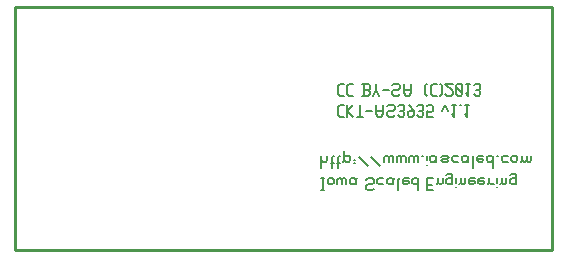
<source format=gbr>
G04 start of page 9 for group -4078 idx -4078 *
G04 Title: (unknown), bottomsilk *
G04 Creator: pcb 20110918 *
G04 CreationDate: Tue 27 Aug 2013 03:50:04 AM GMT UTC *
G04 For: ndholmes *
G04 Format: Gerber/RS-274X *
G04 PCB-Dimensions: 180000 82000 *
G04 PCB-Coordinate-Origin: lower left *
%MOIN*%
%FSLAX25Y25*%
%LNBOTTOMSILK*%
%ADD55C,0.0080*%
%ADD54C,0.0100*%
G54D54*X500Y500D02*Y81500D01*
X179500D01*
Y500D01*
X1000D01*
X500Y1000D01*
G54D55*X108700Y56000D02*X110000D01*
X108000Y55300D02*X108700Y56000D01*
X108000Y52700D02*Y55300D01*
Y52700D02*X108700Y52000D01*
X110000D01*
X111900Y56000D02*X113200D01*
X111200Y55300D02*X111900Y56000D01*
X111200Y52700D02*Y55300D01*
Y52700D02*X111900Y52000D01*
X113200D01*
X116200Y56000D02*X118200D01*
X118700Y55500D01*
Y54300D02*Y55500D01*
X118200Y53800D02*X118700Y54300D01*
X116700Y53800D02*X118200D01*
X116700Y52000D02*Y56000D01*
X116200Y52000D02*X118200D01*
X118700Y52500D01*
Y53300D01*
X118200Y53800D02*X118700Y53300D01*
X119900Y52000D02*X120900Y54000D01*
X121900Y52000D01*
X120900Y54000D02*Y56000D01*
X123100Y54000D02*X125100D01*
X128300Y52000D02*X128800Y52500D01*
X126800Y52000D02*X128300D01*
X126300Y52500D02*X126800Y52000D01*
X126300Y52500D02*Y53500D01*
X126800Y54000D01*
X128300D01*
X128800Y54500D01*
Y55500D01*
X128300Y56000D02*X128800Y55500D01*
X126800Y56000D02*X128300D01*
X126300Y55500D02*X126800Y56000D01*
X130000Y53000D02*Y56000D01*
Y53000D02*X130700Y52000D01*
X131800D01*
X132500Y53000D01*
Y56000D01*
X130000Y54000D02*X132500D01*
X137300Y55500D02*X137800Y56000D01*
X137300Y52500D02*X137800Y52000D01*
X137300Y52500D02*Y55500D01*
X139700Y56000D02*X141000D01*
X139000Y55300D02*X139700Y56000D01*
X139000Y52700D02*Y55300D01*
Y52700D02*X139700Y52000D01*
X141000D01*
X142200D02*X142700Y52500D01*
Y55500D01*
X142200Y56000D02*X142700Y55500D01*
X143900Y52500D02*X144400Y52000D01*
X145900D01*
X146400Y52500D01*
Y53500D01*
X143900Y56000D02*X146400Y53500D01*
X143900Y56000D02*X146400D01*
X147600Y55500D02*X148100Y56000D01*
X147600Y52500D02*Y55500D01*
Y52500D02*X148100Y52000D01*
X149100D01*
X149600Y52500D01*
Y55500D01*
X149100Y56000D02*X149600Y55500D01*
X148100Y56000D02*X149100D01*
X147600Y55000D02*X149600Y53000D01*
X150800Y52800D02*X151600Y52000D01*
Y56000D01*
X150800D02*X152300D01*
X153500Y52500D02*X154000Y52000D01*
X155000D01*
X155500Y52500D01*
X155000Y56000D02*X155500Y55500D01*
X154000Y56000D02*X155000D01*
X153500Y55500D02*X154000Y56000D01*
Y53800D02*X155000D01*
X155500Y52500D02*Y53300D01*
Y54300D02*Y55500D01*
Y54300D02*X155000Y53800D01*
X155500Y53300D02*X155000Y53800D01*
X108700Y49000D02*X110000D01*
X108000Y48300D02*X108700Y49000D01*
X108000Y45700D02*Y48300D01*
Y45700D02*X108700Y45000D01*
X110000D01*
X111200D02*Y49000D01*
Y47000D02*X113200Y45000D01*
X111200Y47000D02*X113200Y49000D01*
X114400Y45000D02*X116400D01*
X115400D02*Y49000D01*
X117600Y47000D02*X119600D01*
X120800Y46000D02*Y49000D01*
Y46000D02*X121500Y45000D01*
X122600D01*
X123300Y46000D01*
Y49000D01*
X120800Y47000D02*X123300D01*
X126500Y45000D02*X127000Y45500D01*
X125000Y45000D02*X126500D01*
X124500Y45500D02*X125000Y45000D01*
X124500Y45500D02*Y46500D01*
X125000Y47000D01*
X126500D01*
X127000Y47500D01*
Y48500D01*
X126500Y49000D02*X127000Y48500D01*
X125000Y49000D02*X126500D01*
X124500Y48500D02*X125000Y49000D01*
X128200Y45500D02*X128700Y45000D01*
X129700D01*
X130200Y45500D01*
X129700Y49000D02*X130200Y48500D01*
X128700Y49000D02*X129700D01*
X128200Y48500D02*X128700Y49000D01*
Y46800D02*X129700D01*
X130200Y45500D02*Y46300D01*
Y47300D02*Y48500D01*
Y47300D02*X129700Y46800D01*
X130200Y46300D02*X129700Y46800D01*
X131900Y49000D02*X133400Y47000D01*
Y45500D02*Y47000D01*
X132900Y45000D02*X133400Y45500D01*
X131900Y45000D02*X132900D01*
X131400Y45500D02*X131900Y45000D01*
X131400Y45500D02*Y46500D01*
X131900Y47000D01*
X133400D01*
X134600Y45500D02*X135100Y45000D01*
X136100D01*
X136600Y45500D01*
X136100Y49000D02*X136600Y48500D01*
X135100Y49000D02*X136100D01*
X134600Y48500D02*X135100Y49000D01*
Y46800D02*X136100D01*
X136600Y45500D02*Y46300D01*
Y47300D02*Y48500D01*
Y47300D02*X136100Y46800D01*
X136600Y46300D02*X136100Y46800D01*
X137800Y45000D02*X139800D01*
X137800D02*Y47000D01*
X138300Y46500D01*
X139300D01*
X139800Y47000D01*
Y48500D01*
X139300Y49000D02*X139800Y48500D01*
X138300Y49000D02*X139300D01*
X137800Y48500D02*X138300Y49000D01*
X142800Y47000D02*X143800Y49000D01*
X144800Y47000D02*X143800Y49000D01*
X146000Y45800D02*X146800Y45000D01*
Y49000D01*
X146000D02*X147500D01*
X148700D02*X149200D01*
X150400Y45800D02*X151200Y45000D01*
Y49000D01*
X150400D02*X151900D01*
X102500Y20500D02*X103500D01*
X103000D02*Y24500D01*
X102500D02*X103500D01*
X104700Y23000D02*Y24000D01*
Y23000D02*X105200Y22500D01*
X106200D01*
X106700Y23000D01*
Y24000D01*
X106200Y24500D02*X106700Y24000D01*
X105200Y24500D02*X106200D01*
X104700Y24000D02*X105200Y24500D01*
X107900Y22500D02*Y24000D01*
X108400Y24500D01*
X108900D01*
X109400Y24000D01*
Y22500D02*Y24000D01*
X109900Y24500D01*
X110400D01*
X110900Y24000D01*
Y22500D02*Y24000D01*
X113600Y22500D02*X114100Y23000D01*
X112600Y22500D02*X113600D01*
X112100Y23000D02*X112600Y22500D01*
X112100Y23000D02*Y24000D01*
X112600Y24500D01*
X114100Y22500D02*Y24000D01*
X114600Y24500D01*
X112600D02*X113600D01*
X114100Y24000D01*
X119600Y20500D02*X120100Y21000D01*
X118100Y20500D02*X119600D01*
X117600Y21000D02*X118100Y20500D01*
X117600Y21000D02*Y22000D01*
X118100Y22500D01*
X119600D01*
X120100Y23000D01*
Y24000D01*
X119600Y24500D02*X120100Y24000D01*
X118100Y24500D02*X119600D01*
X117600Y24000D02*X118100Y24500D01*
X121800Y22500D02*X123300D01*
X121300Y23000D02*X121800Y22500D01*
X121300Y23000D02*Y24000D01*
X121800Y24500D01*
X123300D01*
X126000Y22500D02*X126500Y23000D01*
X125000Y22500D02*X126000D01*
X124500Y23000D02*X125000Y22500D01*
X124500Y23000D02*Y24000D01*
X125000Y24500D01*
X126500Y22500D02*Y24000D01*
X127000Y24500D01*
X125000D02*X126000D01*
X126500Y24000D01*
X128200Y20500D02*Y24000D01*
X128700Y24500D01*
X130200D02*X131700D01*
X129700Y24000D02*X130200Y24500D01*
X129700Y23000D02*Y24000D01*
Y23000D02*X130200Y22500D01*
X131200D01*
X131700Y23000D01*
X129700Y23500D02*X131700D01*
Y23000D02*Y23500D01*
X134900Y20500D02*Y24500D01*
X134400D02*X134900Y24000D01*
X133400Y24500D02*X134400D01*
X132900Y24000D02*X133400Y24500D01*
X132900Y23000D02*Y24000D01*
Y23000D02*X133400Y22500D01*
X134400D01*
X134900Y23000D01*
X137900Y22300D02*X139400D01*
X137900Y24500D02*X139900D01*
X137900Y20500D02*Y24500D01*
Y20500D02*X139900D01*
X141600Y23000D02*Y24500D01*
Y23000D02*X142100Y22500D01*
X142600D01*
X143100Y23000D01*
Y24500D01*
X141100Y22500D02*X141600Y23000D01*
X145800Y22500D02*X146300Y23000D01*
X144800Y22500D02*X145800D01*
X144300Y23000D02*X144800Y22500D01*
X144300Y23000D02*Y24000D01*
X144800Y24500D01*
X145800D01*
X146300Y24000D01*
X144300Y25500D02*X144800Y26000D01*
X145800D01*
X146300Y25500D01*
Y22500D02*Y25500D01*
X147500Y21500D02*Y21600D01*
Y23000D02*Y24500D01*
X149000Y23000D02*Y24500D01*
Y23000D02*X149500Y22500D01*
X150000D01*
X150500Y23000D01*
Y24500D01*
X148500Y22500D02*X149000Y23000D01*
X152200Y24500D02*X153700D01*
X151700Y24000D02*X152200Y24500D01*
X151700Y23000D02*Y24000D01*
Y23000D02*X152200Y22500D01*
X153200D01*
X153700Y23000D01*
X151700Y23500D02*X153700D01*
Y23000D02*Y23500D01*
X155400Y24500D02*X156900D01*
X154900Y24000D02*X155400Y24500D01*
X154900Y23000D02*Y24000D01*
Y23000D02*X155400Y22500D01*
X156400D01*
X156900Y23000D01*
X154900Y23500D02*X156900D01*
Y23000D02*Y23500D01*
X158600Y23000D02*Y24500D01*
Y23000D02*X159100Y22500D01*
X160100D01*
X158100D02*X158600Y23000D01*
X161300Y21500D02*Y21600D01*
Y23000D02*Y24500D01*
X162800Y23000D02*Y24500D01*
Y23000D02*X163300Y22500D01*
X163800D01*
X164300Y23000D01*
Y24500D01*
X162300Y22500D02*X162800Y23000D01*
X167000Y22500D02*X167500Y23000D01*
X166000Y22500D02*X167000D01*
X165500Y23000D02*X166000Y22500D01*
X165500Y23000D02*Y24000D01*
X166000Y24500D01*
X167000D01*
X167500Y24000D01*
X165500Y25500D02*X166000Y26000D01*
X167000D01*
X167500Y25500D01*
Y22500D02*Y25500D01*
X102500Y28000D02*Y32000D01*
Y30500D02*X103000Y30000D01*
X104000D01*
X104500Y30500D01*
Y32000D01*
X106200Y28000D02*Y31500D01*
X106700Y32000D01*
X105700Y29500D02*X106700D01*
X108200Y28000D02*Y31500D01*
X108700Y32000D01*
X107700Y29500D02*X108700D01*
X110200Y30500D02*Y33500D01*
X109700Y30000D02*X110200Y30500D01*
X110700Y30000D01*
X111700D01*
X112200Y30500D01*
Y31500D01*
X111700Y32000D02*X112200Y31500D01*
X110700Y32000D02*X111700D01*
X110200Y31500D02*X110700Y32000D01*
X113400Y29500D02*X113900D01*
X113400Y30500D02*X113900D01*
X115100Y31500D02*X118100Y28500D01*
X119300Y31500D02*X122300Y28500D01*
X123500Y30000D02*Y31500D01*
X124000Y32000D01*
X124500D01*
X125000Y31500D01*
Y30000D02*Y31500D01*
X125500Y32000D01*
X126000D01*
X126500Y31500D01*
Y30000D02*Y31500D01*
X127700Y30000D02*Y31500D01*
X128200Y32000D01*
X128700D01*
X129200Y31500D01*
Y30000D02*Y31500D01*
X129700Y32000D01*
X130200D01*
X130700Y31500D01*
Y30000D02*Y31500D01*
X131900Y30000D02*Y31500D01*
X132400Y32000D01*
X132900D01*
X133400Y31500D01*
Y30000D02*Y31500D01*
X133900Y32000D01*
X134400D01*
X134900Y31500D01*
Y30000D02*Y31500D01*
X136100Y32000D02*X136600D01*
X137800Y29000D02*Y29100D01*
Y30500D02*Y32000D01*
X140300Y30000D02*X140800Y30500D01*
X139300Y30000D02*X140300D01*
X138800Y30500D02*X139300Y30000D01*
X138800Y30500D02*Y31500D01*
X139300Y32000D01*
X140800Y30000D02*Y31500D01*
X141300Y32000D01*
X139300D02*X140300D01*
X140800Y31500D01*
X143000Y32000D02*X144500D01*
X145000Y31500D01*
X144500Y31000D02*X145000Y31500D01*
X143000Y31000D02*X144500D01*
X142500Y30500D02*X143000Y31000D01*
X142500Y30500D02*X143000Y30000D01*
X144500D01*
X145000Y30500D01*
X142500Y31500D02*X143000Y32000D01*
X146700Y30000D02*X148200D01*
X146200Y30500D02*X146700Y30000D01*
X146200Y30500D02*Y31500D01*
X146700Y32000D01*
X148200D01*
X150900Y30000D02*X151400Y30500D01*
X149900Y30000D02*X150900D01*
X149400Y30500D02*X149900Y30000D01*
X149400Y30500D02*Y31500D01*
X149900Y32000D01*
X151400Y30000D02*Y31500D01*
X151900Y32000D01*
X149900D02*X150900D01*
X151400Y31500D01*
X153100Y28000D02*Y31500D01*
X153600Y32000D01*
X155100D02*X156600D01*
X154600Y31500D02*X155100Y32000D01*
X154600Y30500D02*Y31500D01*
Y30500D02*X155100Y30000D01*
X156100D01*
X156600Y30500D01*
X154600Y31000D02*X156600D01*
Y30500D02*Y31000D01*
X159800Y28000D02*Y32000D01*
X159300D02*X159800Y31500D01*
X158300Y32000D02*X159300D01*
X157800Y31500D02*X158300Y32000D01*
X157800Y30500D02*Y31500D01*
Y30500D02*X158300Y30000D01*
X159300D01*
X159800Y30500D01*
X161000Y32000D02*X161500D01*
X163200Y30000D02*X164700D01*
X162700Y30500D02*X163200Y30000D01*
X162700Y30500D02*Y31500D01*
X163200Y32000D01*
X164700D01*
X165900Y30500D02*Y31500D01*
Y30500D02*X166400Y30000D01*
X167400D01*
X167900Y30500D01*
Y31500D01*
X167400Y32000D02*X167900Y31500D01*
X166400Y32000D02*X167400D01*
X165900Y31500D02*X166400Y32000D01*
X169600Y30500D02*Y32000D01*
Y30500D02*X170100Y30000D01*
X170600D01*
X171100Y30500D01*
Y32000D01*
Y30500D02*X171600Y30000D01*
X172100D01*
X172600Y30500D01*
Y32000D01*
X169100Y30000D02*X169600Y30500D01*
M02*

</source>
